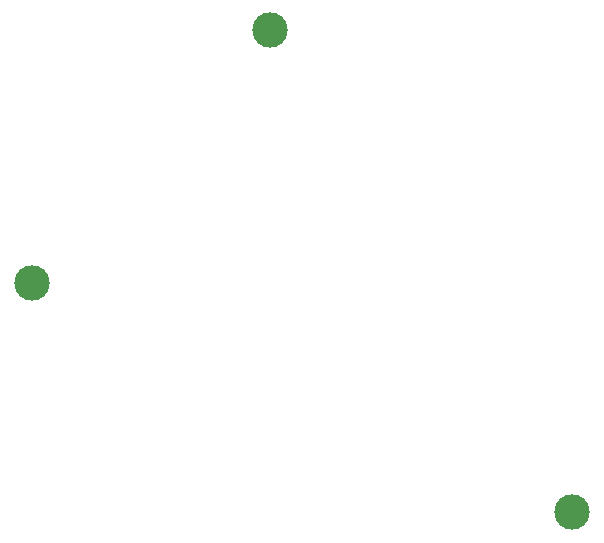
<source format=gbr>
%TF.GenerationSoftware,KiCad,Pcbnew,8.0.2*%
%TF.CreationDate,2025-06-12T20:34:39+07:00*%
%TF.ProjectId,hokushime-db9-to-rs232,686f6b75-7368-4696-9d65-2d6462392d74,rev?*%
%TF.SameCoordinates,Original*%
%TF.FileFunction,NonPlated,1,2,NPTH,Drill*%
%TF.FilePolarity,Positive*%
%FSLAX46Y46*%
G04 Gerber Fmt 4.6, Leading zero omitted, Abs format (unit mm)*
G04 Created by KiCad (PCBNEW 8.0.2) date 2025-06-12 20:34:39*
%MOMM*%
%LPD*%
G01*
G04 APERTURE LIST*
%TA.AperFunction,ComponentDrill*%
%ADD10C,3.000000*%
%TD*%
G04 APERTURE END LIST*
D10*
%TO.C,H2*%
X130150000Y-97500000D03*
%TO.C,H1*%
X150300000Y-76150000D03*
%TO.C,H4*%
X175900000Y-116950000D03*
M02*

</source>
